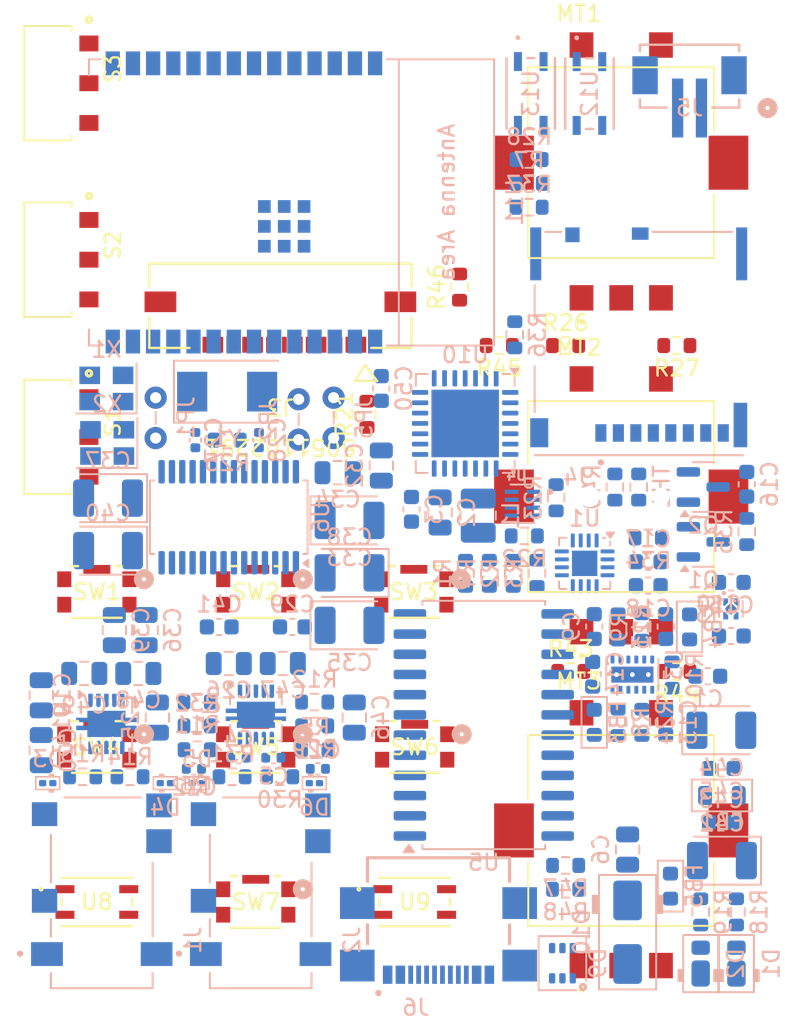
<source format=kicad_pcb>
(kicad_pcb (version 20240108) (generator "pcbnew") (generator_version "8.0")
  (layers (0 "F.Cu" signal) (31 "B.Cu" signal) (34 "B.Paste" user) (35 "F.Paste" user) (36 "B.SilkS" user "B.Silkscreen") (37 "F.SilkS" user "F.Silkscreen") (38 "B.Mask" user) (39 "F.Mask" user) (44 "Edge.Cuts" user))
  (net 0 "")
  (net 1 "Net-(U3-C+)")
  (net 2 "Net-(U3-C-)")
  (net 3 "V3.3_SYS")
  (net 4 "GND")
  (net 5 "VSYS")
  (net 6 "FILTERED_L")
  (net 7 "AGND")
  (net 8 "FILTERED_R")
  (net 9 "Net-(D5-K)")
  (net 10 "Net-(D6-K)")
  (net 12 "Net-(R13-+)")
  (net 13 "Net-(R5-+)")
  (net 14 "OPA_OUTR")
  (net 15 "Net-(R6-+)")
  (net 16 "OPA_OUTL")
  (net 17 "Net-(U3-CP)")
  (net 18 "V3.3_ANA")
  (net 19 "VBAT")
  (net 20 "USB_V5")
  (net 21 "Net-(R10-+)")
  (net 22 "Net-(D3-K)")
  (net 24 "V5P_ANA")
  (net 25 "V5N_ANA")
  (net 26 "Net-(JP1-A)")
  (net 27 "Net-(JP2-B)")
  (net 28 "Net-(U6-CAPM)")
  (net 29 "Net-(U6-CAPP)")
  (net 30 "Net-(U6-LDOO)")
  (net 31 "Net-(U6-VNEG)")
  (net 32 "Net-(JP5-B)")
  (net 33 "Net-(D1-A)")
  (net 34 "PMIC_PGOOD")
  (net 35 "Net-(D2-A)")
  (net 36 "PMIC_CHG")
  (net 37 "USB_DN")
  (net 38 "USB_CC2")
  (net 39 "USB_CC1")
  (net 40 "USB_VBUS")
  (net 41 "USB_DP")
  (net 43 "DISP_RES")
  (net 44 "DISP_DIN")
  (net 48 "DISP_CS")
  (net 49 "DISP_SCLK")
  (net 51 "Net-(J3-LEDA)")
  (net 53 "DISP_DC")
  (net 56 "Net-(L1-+)")
  (net 57 "Net-(Q1-S)")
  (net 58 "Net-(Q2-D)")
  (net 59 "BAT_LEVEL")
  (net 60 "Net-(R1-+)")
  (net 61 "Net-(R2-+)")
  (net 62 "Net-(R3-+)")
  (net 63 "PCM_OUTL")
  (net 64 "PCM_OUTR")
  (net 66 "LINEOUT_R")
  (net 67 "LINEOUT_L")
  (net 68 "Net-(U6-SCK)")
  (net 69 "Net-(R22-+)")
  (net 70 "Net-(R23--)")
  (net 71 "LM_PGOOD")
  (net 72 "SD_CS")
  (net 73 "BAT_TEMP")
  (net 75 "BTN_5")
  (net 77 "DEMUX_S2")
  (net 79 "BTN_7")
  (net 80 "DEMUX_S1")
  (net 81 "BTN_9")
  (net 82 "ENC1_SW1")
  (net 83 "BTN_4")
  (net 84 "ENC3_SW1")
  (net 85 "AUDIO_EN")
  (net 86 "ENC2_SW1")
  (net 87 "BTN_6")
  (net 88 "BTN_2")
  (net 89 "BTN_3")
  (net 90 "DEMUX_S3")
  (net 91 "BTN_8")
  (net 92 "DEMUX_S0")
  (net 93 "BTN_1")
  (net 94 "ESP_SDA")
  (net 95 "PCM_XSMT")
  (net 96 "PCM_ATT")
  (net 97 "I2S_DIN")
  (net 98 "ESP_SCK")
  (net 100 "I2S_BCK")
  (net 101 "I2S_WS")
  (net 102 "Net-(U6-GPIO6{slash}FLT)")
  (net 103 "Net-(U6-VCOM{slash}DEMP)")
  (net 104 "Net-(U6-GPIO3{slash}AGNS)")
  (net 106 "SWITCH_3")
  (net 107 "SD_SW")
  (net 108 "MCP_INT")
  (net 110 "ENC3_A")
  (net 111 "ENC2_A")
  (net 112 "SWITCH_2")
  (net 113 "ENC2_B")
  (net 114 "SWITCH_1")
  (net 115 "ENC3_B")
  (net 116 "JACK_AUDIO_SW")
  (net 117 "ENC1_B")
  (net 118 "SD_MISO")
  (net 119 "U0TXD")
  (net 120 "U0RXD")
  (net 121 "ENC1_A")
  (net 122 "Net-(JP1-B)")
  (net 123 "Net-(JP2-A)")
  (net 124 "SD_CLK")
  (net 125 "SD_MOSI")
  (net 127 "JACK_LINE_SW")
  (net 130 "SD_DAT2")
  (net 131 "SD_DAT1")
  (net 132 "Net-(D10-K)")
  (net 135 "Net-(D4-K)")
  (footprint "uwu:CON_5051102291_MOL" (layer "F.Cu") (at 162.54999 52 180)
    (property "Reference" "J3")
    (property "Value" "5051102291")
  )
  (footprint "Resistor_SMD:R_0603_1608Metric" (layer "F.Cu") (at 180.825 75)
    (property "Reference" "R43")
    (property "Value" "10k")
  )
  (footprint "uwu:SW4_KMR221GLFS_CNK" (layer "F.Cu") (at 161 79.75)
    (property "Reference" "SW5")
    (property "Value" "KMR221GLFS")
  )
  (footprint "uwu:SWITCH_241GLFS" (layer "F.Cu") (at 151 89.5)
    (property "Reference" "U8")
    (property "Value" "KMR241GLFS" (hide yes))
  )
  (footprint "uwu:SW4_KMR221GLFS_CNK" (layer "F.Cu") (at 170.950002 70)
    (property "Reference" "SW3")
    (property "Value" "KMR221GLFS")
  )
  (footprint "uwu:XDCR_RIC11-22S11K5S-USMT" (layer "F.Cu") (at 184 85)
    (property "Reference" "MT3")
    (property "Value" "RIC11-22S11K5S-USMT" (hide yes))
  )
  (footprint "uwu:SW4_KMR221GLFS_CNK" (layer "F.Cu") (at 171 79.75)
    (property "Reference" "SW6")
    (property "Value" "KMR221GLFS")
  )
  (footprint "uwu:SW_AYZ0102AGRLC" (layer "F.Cu") (at 148.05 60.25 -90)
    (property "Reference" "S1")
    (property "Value" "AYZ0102AGRLC" (hide yes))
  )
  (footprint "uwu:SW4_KMR221GLFS_CNK" (layer "F.Cu") (at 161 89.5)
    (property "Reference" "SW7")
    (property "Value" "KMR221GLFS")
  )
  (footprint "Resistor_SMD:R_0603_1608Metric" (layer "F.Cu") (at 187.5 54.5 180)
    (property "Reference" "R27")
    (property "Value" "10k")
  )
  (footprint "uwu:SW4_KMR221GLFS_CNK" (layer "F.Cu") (at 161 70)
    (property "Reference" "SW2")
    (property "Value" "KMR221GLFS")
  )
  (footprint "Resistor_SMD:R_0603_1608Metric" (layer "F.Cu") (at 180.5 54.5)
    (property "Reference" "R26")
    (property "Value" "10k")
  )
  (footprint "uwu:SW_AYZ0102AGRLC" (layer "F.Cu") (at 148.05 49.1 -90)
    (property "Reference" "S2")
    (property "Value" "AYZ0102AGRLC" (hide yes))
  )
  (footprint "uwu:SW4_KMR221GLFS_CNK" (layer "F.Cu") (at 151 79.75)
    (property "Reference" "SW4")
    (property "Value" "KMR221GLFS")
  )
  (footprint "uwu:SW4_KMR221GLFS_CNK" (layer "F.Cu") (at 151 70)
    (property "Reference" "SW1")
    (property "Value" "KMR221GLFS")
  )
  (footprint "Resistor_SMD:R_0603_1608Metric" (layer "F.Cu") (at 176.325 54.5 180)
    (property "Reference" "R45")
    (property "Value" "10k")
  )
  (footprint "Resistor_SMD:R_0603_1608Metric" (layer "F.Cu") (at 187.5 75 180)
    (property "Reference" "R44")
    (property "Value" "10k")
  )
  (footprint "Resistor_SMD:R_0603_1608Metric" (layer "F.Cu") (at 173.825 50.825 90)
    (property "Reference" "R46")
    (property "Value" "10k")
  )
  (footprint "uwu:XDCR_RIC11-22S11K5S-USMT" (layer "F.Cu") (at 184 64)
    (property "Reference" "MT2")
    (property "Value" "RIC11-22S11K5S-USMT" (hide yes))
  )
  (footprint "uwu:SW_AYZ0102AGRLC" (layer "F.Cu") (at 148.05 38 -90)
    (property "Reference" "S3")
    (property "Value" "AYZ0102AGRLC" (hide yes))
  )
  (footprint "uwu:XDCR_RIC11-22S11K5S-USMT" (layer "F.Cu") (at 184 43)
    (property "Reference" "MT1")
    (property "Value" "RIC11-22S11K5S-USMT" (hide yes))
  )
  (footprint "uwu:SWITCH_241GLFS" (layer "F.Cu") (at 171 89.5)
    (property "Reference" "U9")
    (property "Value" "KMR241GLFS" (hide yes))
  )
  (footprint "Resistor_SMD:R_0603_1608Metric" (layer "F.Cu") (at 168 58.825 90)
    (property "Reference" "R21")
    (property "Value" "20")
  )
  (footprint "Package_SON:WSON-12-1EP_3x2mm_P0.5mm_EP1x2.65_ThermalVias" (layer "B.Cu") (at 184.7 75.2 90)
    (property "Reference" "U3")
    (property "Value" "LM27762")
  )
  (footprint "uwu:SWITCH_241GLFS" (layer "B.Cu") (at 178.305 38.6444 -90)
    (property "Reference" "U13")
    (property "Value" "KMR241GLFS" (hide yes))
  )
  (footprint "PCM_Diode_SMD_AKL:D_SMA" (layer "B.Cu") (at 184.4 91.4 -90)
    (property "Reference" "D10")
    (property "Value" "SS14" (hide yes))
  )
  (footprint "Capacitor_SMD:C_0805_2012Metric" (layer "B.Cu") (at 154.809 77.9 -90)
    (property "Reference" "C25")
    (property "Value" "0.1uF")
  )
  (footprint "Capacitor_SMD:C_0603_1608Metric" (layer "B.Cu") (at 189.45 75.3)
    (property "Reference" "C1")
    (property "Value" "1uF")
  )
  (footprint "Capacitor_SMD:C_0402_1005Metric" (layer "B.Cu") (at 159.909 80.425 180)
    (property "Reference" "C4")
    (property "Value" "470pF")
  )
  (footprint "Capacitor_SMD:C_0402_1005Metric" (layer "B.Cu") (at 157.2 60.45 90)
    (property "Reference" "C27")
    (property "Value" "12pF")
  )
  (footprint "Package_SO:TSSOP-28_4.4x9.7mm_P0.65mm" (layer "B.Cu") (at 159.3 65.3 90)
    (property "Reference" "U6")
    (property "Value" "PCM5122PW")
  )
  (footprint "Capacitor_SMD:C_0805_2012Metric" (layer "B.Cu") (at 162.7 74.5)
    (property "Reference" "C47")
    (property "Value" "22uF")
  )
  (footprint "Capacitor_Tantalum_SMD:CP_EIA-3528-21_Kemet-B" (layer "B.Cu") (at 190.3 78.7)
    (property "Reference" "C44")
    (property "Value" "10uF")
  )
  (footprint "Resistor_SMD:R_0603_1608Metric" (layer "B.Cu") (at 159.509 81.625 180)
    (property "Reference" "R31")
    (property "Value" "10")
  )
  (footprint "Package_SON:Texas_X2SON-4_1x1mm_P0.65mm" (layer "B.Cu") (at 190.9 71.07 -90)
    (property "Reference" "U2")
    (property "Value" "TPS7A20xxxDQN")
  )
  (footprint "Resistor_SMD:R_0603_1608Metric" (layer "B.Cu") (at 191.25 90.125 90)
    (property "Reference" "R18")
    (property "Value" "4.7k")
  )
  (footprint "Resistor_SMD:R_0603_1608Metric" (layer "B.Cu") (at 177.3 53.825 90)
    (property "Reference" "R36")
    (property "Value" "10k")
  )
  (footprint "uwu:CUI_SJ2-35894D-SMT-TR" (layer "B.Cu") (at 161.309 88.925 90)
    (property "Reference" "J2")
    (property "Value" "SJ-43516-SMT-TR" (hide yes))
  )
  (footprint "Crystal:Crystal_SMD_0603-2Pin_6.0x3.5mm" (layer "B.Cu") (at 159.2 57.4)
    (property "Reference" "Y1")
    (property "Value" "32.768kHz 9pF")
  )
  (footprint "Capacitor_SMD:C_0603_1608Metric" (layer "B.Cu") (at 186.8 78.2 90)
    (property "Reference" "C13")
    (property "Value" "2.2uF")
  )
  (footprint "Resistor_SMD:R_0603_1608Metric" (layer "B.Cu") (at 164.709 79.925 180)
    (property "Reference" "R5")
    (property "Value" "768")
  )
  (footprint "Oscillator:Oscillator_SMD_Abracon_ASE-4Pin_3.2x2.5mm" (layer "B.Cu") (at 151.6 57.2 180)
    (property "Reference" "X1")
    (property "Value" "ASE-45.1584MHz")
  )
  (footprint "PCM_Diode_SMD_AKL:D_0201_0603Metric" (layer "B.Cu") (at 157.309 82.025 180)
    (property "Reference" "D5")
    (property "Value" "SP1005-01WTG" (hide yes))
  )
  (footprint "Resistor_SMD:R_0603_1608Metric" (layer "B.Cu") (at 177.2 68.825 -90)
    (property "Reference" "R2")
    (property "Value" "1.13k")
  )
  (footprint "Resistor_SMD:R_0603_1608Metric" (layer "B.Cu") (at 179.9 64.075 -90)
    (property "Reference" "R23")
    (property "Value" "100k")
  )
  (footprint "Resistor_SMD:R_0603_1608Metric" (layer "B.Cu") (at 157.309 76.925)
    (property "Reference" "R11")
    (property "Value" "499")
  )
  (footprint "Resistor_SMD:R_0603_1608Metric" (layer "B.Cu") (at 150.109 81.625 180)
    (property "Reference" "R15")
    (property "Value" "10")
  )
  (footprint "PCM_LED_SMD_AKL:LED_PLCC-2_2216" (layer "B.Cu") (at 189 93.375 90)
    (property "Reference" "D2")
    (property "Value" "LED" (hide yes))
  )
  (footprint "Resistor_SMD:R_0603_1608Metric" (layer "B.Cu") (at 162.509 81.625)
    (property "Reference" "R30")
    (property "Value" "10")
  )
  (footprint "Resistor_SMD:R_0603_1608Metric" (layer "B.Cu") (at 177.9 66.475)
    (property "Reference" "R22")
    (property "Value" "267k")
  )
  (footprint "Resistor_SMD:R_0603_1608Metric" (layer "B.Cu") (at 164.709 78.425)
    (property "Reference" "R29")
    (property "Value" "768")
  )
  (footprint "Capacitor_SMD:C_0805_2012Metric" (layer "B.Cu") (at 150.209 75.125)
    (property "Reference" "C49")
    (property "Value" "22uF")
  )
  (footprint "Resistor_SMD:R_0603_1608Metric" (layer "B.Cu") (at 185.3 78.2 90)
    (property "Reference" "R24")
    (property "Value" "10k")
  )
  (footprint "PCM_Ferrite_SMD_AKL:Ferrite_0603_1608Metric" (layer "B.Cu") (at 182.3 78.2 90)
    (property "Reference" "FB3")
    (property "Value" "1.5k@100MHz" (hide yes))
  )
  (footprint "Package_DFN_QFN:VQFN-16-1EP_3x3mm_P0.5mm_EP1.6x1.6mm" (layer "B.Cu") (at 181.7 68.2 180)
    (property "Reference" "U1")
    (property "Value" "BQ24074RGT")
  )
  (footprint "Resistor_SMD:R_0603_1608Metric" (layer "B.Cu") (at 183.6 63.4 -90)
    (property "Reference" "R40")
    (property "Value" "10k")
  )
  (footprint "Resistor_SMD:R_0603_1608Metric" (layer "B.Cu") (at 164.709 76.925 180)
    (property "Reference" "R12")
    (property "Value" "499")
  )
  (footprint "PCM_Jumper_AKL:Jumper_P2.54mm_D0.7mm" (layer "B.Cu") (at 154.7 60.32 90)
    (property "Reference" "JP1")
    (property "Value" "Jumper_2_Bridged" (hide yes))
  )
  (footprint "Package_SO:SOIC-24W_7.5x15.4mm_P1.27mm" (layer "B.Cu") (at 175.35 78.365)
    (property "Reference" "U5")
    (property "Value" "CD74HC4067M")
  )
  (footprint "Capacitor_SMD:C_0603_1608Metric" (layer "B.Cu") (at 182.3 72.175 -90)
    (property "Reference" "C9")
    (property "Value" "4.7uF")
  )
  (footprint "Capacitor_Tantalum_SMD:CP_EIA-3528-21_Kemet-B" (layer "B.Cu") (at 166.9 72.1)
    (property "Reference" "C35")
    (property "Value" "10uF/16V")
  )
  (footprint "uwu:CUI_SJ2-35894D-SMT-TR" (layer "B.Cu") (at 151.309 88.925 90)
    (property "Reference" "J1")
    (property "Value" "SJ-43516-SMT-TR" (hide yes))
  )
  (footprint "uwu:SON50P200X150X100-8N" (layer "B.Cu") (at 177.785 64.45 180)
    (property "Reference" "U4")
    (property "Value" "TPS62840DLCR")
  )
  (footprint "Capacitor_SMD:C_0603_1608Metric" (layer "B.Cu") (at 190.925 72.77 180)
    (property "Reference" "C10")
    (property "Value" "1uF")
  )
  (footprint "Resistor_SMD:R_0603_1608Metric" (layer "B.Cu") (at 175.7 68.825 -90)
    (property "Reference" "R4")
    (property "Value" "285k")
  )
  (footprint "Resistor_SMD:R_0603_1608Metric" (layer "B.Cu") (at 153.084 81.625 180)
    (property "Reference" "R14")
    (property "Value" "10")
  )
  (footprint "PCM_Jumper_AKL:Jumper_P2.54mm_D0.7mm" (layer "B.Cu") (at 163.7 57.88 -90)
    (property "Reference" "JP2")
    (property "Value" "Jumper_2_Bridged" (hide yes))
  )
  (footprint "Capacitor_SMD:C_0603_1608Metric" (layer "B.Cu") (at 190.3 81.1)
    (property "Reference" "C45")
    (property "Value" "0.1uF")
  )
  (footprint "Resistor_SMD:R_0603_1608Metric" (layer "B.Cu") (at 183.8 72.2 90)
    (property "Reference" "R13")
    (property "Value" "76.8k")
  )
  (footprint "Capacitor_SMD:C_0603_1608Metric" (layer "B.Cu") (at 190.925 69.4)
    (property "Reference" "C15")
    (property "Value" "1uF")
  )
  (footprint "Capacitor_SMD:C_0402_1005Metric" (layer "B.Cu") (at 164.909 81.125 180)
    (property "Reference" "C11")
    (property "Value" "470pF")
  )
  (footprint "Resistor_SMD:R_0603_1608Metric" (layer "B.Cu") (at 157.309 79.925)
    (property "Reference" "R6")
    (property "Value" "768")
  )
  (footprint "Package_TO_SOT_SMD:SOT-23" (layer "B.Cu") (at 189.1625 63.4)
    (property "Reference" "Q2")
    (property "Value" "NMOS")
  )
  (footprint "Capacitor_SMD:C_0603_1608Metric" (layer "B.Cu") (at 168.9 57.2 90)
    (property "Reference" "C50")
    (property "Value" "1uF")
  )
  (footprint "Capacitor_SMD:C_0402_1005Metric" (layer "B.Cu") (at 162.109 80.425)
    (property "Reference" "C5")
    (property "Value" "470pF")
  )
  (footprint "Capacitor_SMD:C_0603_1608Metric" (layer "B.Cu") (at 191.9 63.225 90)
    (property "Reference" "C16")
    (property "Value" "4.7uF")
  )
  (footprint "Capacitor_SMD:C_0402_1005Metric" (layer "B.Cu") (at 157.109 81.125)
    (property "Reference" "C12")
    (property "Value" "470pF")
  )
  (footprint "Capacitor_SMD:C_0603_1608Metric" (layer "B.Cu") (at 158.7 72.2 180)
    (property "Reference" "C41")
    (property "Value" "2.2uF/25V")
  )
  (footprint "Package_DFN_QFN:QFN-28-1EP_6x6mm_P0.65mm_EP4.25x4.25mm" (layer "B.Cu") (at 174.18 59.4 180)
    (property "Reference" "U10")
    (property "Value" "MCP23017_ML")
  )
  (footprint "Capacitor_SMD:C_0805_2012Metric" (layer "B.Cu") (at 147.5 79.95 90)
    (property "Reference" "C20")
    (property "Value" "0.1uF")
  )
  (footprint "Resistor_SMD:R_0603_1608Metric" (layer "B.Cu") (at 178.2 42.8 180)
    (property "Reference" "R28")
    (property "Value" "2.2k")
  )
  (footprint "PCM_Diode_SMD_AKL:D_0201_0603Metric" (layer "B.Cu") (at 164.689 82.025)
    (property "Reference" "D6")
    (property "Value" "SP1005-01WTG" (hide yes))
  )
  (footprint "PCM_Diode_SMD_AKL:D_0201_0603Metric" (layer "B.Cu") (at 155.309 82.025)
    (property "Reference" "D4")
    (property "Value" "SP1005-01WTG" (hide yes))
  )
  (footprint "Capacitor_SMD:C_0805_2012Metric" (layer "B.Cu") (at 168.9 62.05 -90)
    (property "Reference" "C32")
    (property "Value" "0.1uF/100V")
  )
  (footprint "uwu:SWITCH_241GLFS" (layer "B.Cu") (at 182 38.651 -90)
    (property "Reference" "U12")
    (property "Value" "KMR241GLFS" (hide yes))
  )
  (footprint "PCM_Package_TO_SOT_SMD_AKL:SOT-363_SC-70-6" (layer "B.Cu") (at 180.3 93.35 90)
    (property "Reference" "D9")
    (property "Value" "SMF05CT" (hide yes))
  )
  (footprint "Capacitor_SMD:C_0805_2012Metric" (layer "B.Cu") (at 153.609 75.125)
    (property "Reference" "C48")
    (property "Value" "22uF")
  )
  (footprint "Capacitor_Tantalum_SMD:CP_EIA-3528-21_Kemet-B" (layer "B.Cu") (at 190.3375 86.9 180)
    (property "Reference" "C42")
    (property "Value" "10uF")
  )
  (footprint "Resistor_SMD:R_0603_1608Metric" (layer "B.Cu") (at 180.5 88.7)
    (property "Reference" "R48")
    (property "Value" "1.1k")
  )
  (footprint "Capacitor_SMD:C_0603_1608Metric" (layer "B.Cu") (at 163.3 72.2 180)
    (property "Reference" "C29")
    (property "Value" "2.2uF/25V")
  )
  (footprint "Resistor_SMD:R_0603_1608Metric" (layer "B.Cu") (at 174.2 68.825 -90)
    (property "Reference" "R1")
    (property "Value" "1.8k")
  )
  (footprint "PCM_LED_SMD_AKL:LED_PLCC-2_2216" (layer "B.Cu") (at 191.25 93.375 90)
    (property "Reference" "D1")
    (property "Value" "LED" (hide yes))
  )
  (footprint "Capacitor_SMD:C_0805_2012Metric" (layer "B.Cu") (at 152.1 72.4 90)
    (property "Reference" "C39")
    (property "Value" "0.1uF/100V")
  )
  (footprint "Resistor_SMD:R_0603_1608Metric" (layer "B.Cu") (at 159.2 60.45)
    (property "Reference" "R25")
    (property "Value" "7.5M")
  )
  (footprint "PCM_Ferrite_SMD_AKL:Ferrite_0603_1608Metric" (layer "B.Cu") (at 188.3 72.2 90)
    (property "Reference" "FB4")
    (property "Value" "1.5k@100MHz" (hide yes))
  )
  (footprint "Resistor_SMD:R_0603_1608Metric" (layer "B.Cu") (at 187.2 75.225 90)
    (property "Reference" "R10")
    (property "Value" "238k")
  )
  (footprint "Resistor_SMD:R_0603_1608Metric" (layer "B.Cu") (at 185.7 66.6)
    (property "Reference" "R34")
    (property "Value" "1M")
  )
  (footprint "Resistor_SMD:R_0603_1608Metric" (layer "B.Cu") (at 185.1 63.4 90)
    (property "Reference" "TH1")
    (property "Value" "NTC 10k")
  )
  (footprint "Capacitor_SMD:C_0603_1608Metric" (layer "B.Cu") (at 185.7 68.1 180)
    (property "Reference" "C17")
    (property "Value" "4.7uF")
  )
  (footprint "Resistor_SMD:R_0603_1608Metric" (layer "B.Cu") (at 178.2 44.3 180)
    (property "Reference" "R7")
    (property "Value" "2.2k")
  )
  (footprint "Resistor_SMD:R_0603_1608Metric" (layer "B.Cu") (at 178.7 68.825 -90)
    (property "Reference" "R3")
    (property "Value" "1.2k")
  )
  (footprint "PCM_Ferrite_SMD_AKL:Ferrite_0603_1608Metric" (layer "B.Cu") (at 187.1 88.5 90)
    (property "Reference" "FB5")
    (property "Value" "220@100MHz" (hide yes))
  )
  (footprint "Package_SON:Texas_S-PVSON-N10" (layer "B.Cu") (at 151.6 78.3 -90)
    (property "Reference" "U14")
    (property "Value" "OPA1622")
  )
  (footprint "Capacitor_SMD:C_0603_1608Metric" (layer "B.Cu") (at 190.3 84.5 180)
    (property "Reference" "C43")
    (property "Value" "0.1uF")
  )
  (footprint "uwu:MOLEX_503398-1892" (layer "B.Cu") (at 185.1 54.375)
    (property "Reference" "J4")
    (property "Value" "503398-1892")
  )
  (footprint "Capacitor_SMD:C_0805_2012Metric" (layer "B.Cu") (at 154.1 72.4 90)
    (property "Reference" "C36")
    (property "Value" "0.1uF/100V")
  )
  (footprint "Inductor_SMD:L_1008_2520Metric" (layer "B.Cu") (at 175 65.2 90)
    (property "Reference" "L1")
    (property "Value" "2.2uH")
  )
  (footprint "Capacitor_Tantalum_SMD:CP_EIA-3528-21_Kemet-B" (layer "B.Cu") (at 151.7 67.4 180)
    (property "Reference" "C40")
    (property "Value" "10uF/16V")
  )
  (footprint "Resistor_SMD:R_0603_1608Metric" (layer "B.Cu") (at 178.2 45.8 180)
    (property "Reference" "R37")
    (property "Value" "1M" (hide yes))
  )
  (footprint "Capacitor_SMD:C_0603_1608Metric" (layer "B.Cu") (at 170.8 64.8 90)
    (property "Reference" "C3")
    (property "Value" "4.7uF")
  )
  (footprint "Resistor_SMD:R_0603_1608Metric" (layer "B.Cu") (at 185.3 72.2 -90)
    (property "Reference" "R9")
    (property "Value" "76.8k")
  )
  (footprint "Resistor_SMD:R_0603_1608Metric" (layer "B.Cu") (at 157.309 78.425 180)
    (property "Reference" "R32")
    (property "Value" "768")
  )
  (footprint "Capacitor_SMD:C_0603_1608Metric" (layer "B.Cu") (at 185.7 69.6)
    (property "Reference" "C18")
    (property "Value" "1uF")
  )
  (footprint "Capacitor_SMD:C_0805_2012Metric" (layer "B.Cu") (at 159.3 74.5)
    (property "Reference" "C26")
    (property "Value" "0.1uF")
  )
  (footprint "Capacitor_SMD:C_0805_2012Metric" (layer "B.Cu") (at 184.4 86.2 -90)
    (property "Reference" "C6")
    (property "Value" "10uF/25V")
  )
  (footprint "Capacitor_SMD:C_0402_1005Metric" (layer "B.Cu") (at 161.2 60.45 90)
    (property "Reference" "C28")
    (property "Value" "12pF")
  )
  (footprint "PCM_Ferrite_SMD_AKL:Ferrite_0805_2012Metric" (layer "B.Cu") (at 190.3375 82.8)
    (property "Reference" "FB1")
    (property "Value" "600@100MHz" (hide yes))
  )
  (footprint "Capacitor_SMD:C_0805_2012Metric" (layer "B.Cu") (at 166.15 62.5)
    (property "Reference" "C34")
    (property "Value" "0.1uF/100V")
  )
  (footprint "uwu:GCT_USB4110GFA" (layer "B.Cu") (at 172.5 93)
    (property "Reference" "J6")
    (property "Value" "USB4110GFA" (hide yes))
  )
  (footprint "Resistor_SMD:R_0603_1608Metric" (layer "B.Cu") (at 183.8 78.2 90)
    (property "Reference" "R8")
    (property "Value" "243k")
  )
  (footprint "PCM_Jumper_AKL:Jumper_P2.54mm_D0.7mm" (layer "B.Cu") (at 165.9 60.32 90)
    (property "Reference" "JP5")
    (property "Value" "Jumper_2_Bridged" (hide yes))
  )
  (footprint "Capacitor_Tantalum_SMD:CP_EIA-3528-21_Kemet-B" (layer "B.Cu") (at 151.7 64.1 180)
    (property "Reference" "C37")
    (property "Value" "10uF/16V")
  )
  (footprint "Capacitor_SMD:C_0603_1608Metric" (layer "B.Cu") (at 186.8 72.175 -90)
    (property "Reference" "C21")
    (property "Value" "4.7uF")
  )
  (footprint "Resistor_SMD:R_0603_1608Metric" (layer "B.Cu") (at 180.5 87.2)
    (property "Reference" "R47")
    (property "Value" "1.1k")
  )
  (footprint "Capacitor_Tantalum_SMD:CP_EIA-3528-21_Kemet-B" (layer "B.Cu") (at 166.9 65.5)
    (property "Reference" "C33")
    (property "Value" "10uF/16V")
  )
  (footprint "Resistor_SMD:R_0603_1608Metric" (layer "B.Cu") (at 189 90.125 90)
    (property "Reference" "R19")
    (property "Value" "4.7k")
  )
  (footprint "Capacitor_SMD:C_0603_1608Metric" (layer "B.Cu") (at 182.2 75.175 90)
    (property "Reference" "C14")
    (property "Value" "4.7uF")
  )
  (footprint "Package_TO_SOT_SMD:SOT-23" (layer "B.Cu") (at 189.1625 66.85)
    (property "Reference" "Q1")
    (property "Value" "PMOS")
  )
  (footprint "Package_SON:Texas_S-PVSON-N10" (layer "B.Cu") (at 161.009 77.725 -90)
    (property "Reference" "U7")
    (property "Value" "OPA1622")
  )
  (footprint "Oscillator:Oscillator_SMD_Abracon_ASE-4Pin_3.2x2.5mm" (layer "B.Cu") (at 151.65 60.625 180)
    (property "Reference" "X2")
    (property "Value" "ASE-24.576MHz")
  )
  (footprint "Capacitor_SMD:C_0805_2012Metric" (layer "B.Cu") (at 167.2 77.9 90)
    (property "Reference" "C46")
    (property "Value" "22uF")
  )
  (footprint "uwu:CONN_B2B-ZR-SM4-TF_JST" (layer "B.Cu") (at 189.049999 39.560499 180)
    (property "Reference" "J5")
    (property "Value" "3.7V")
  )
  (footprint "Capacitor_SMD:C_0805_2012Metric" (layer "B.Cu") (at 172.6 65 90)
    (property "Reference" "C2")
    (property "Value" "10uF")
  )
  (footprint "PCM_Diode_SMD_AKL:D_0201_0603Metric" (layer "B.Cu") (at 147.909 82.025 180)
    (property "Reference" "D3")
    (property "Value" "SP1005-01WTG" (hide yes))
  )
  (footprint "PCM_Espressif:ESP32-C6-WROOM-1" (layer "B.Cu") (at 160.25 45.5 90)
    (property "Reference" "U11")
    (property "Value" "ESP32-C6-WROOM-1" (hide yes))
  )
  (footprint "Capacitor_SMD:C_0805_2012Metric" (layer "B.Cu") (at 147.5 76.5 90)
    (property "Reference" "C19")
    (property "Value" "0.1uF")
  )
  (footprint "Capacitor_Tantalum_SMD:CP_EIA-3528-21_Kemet-B" (layer "B.Cu") (at 166.9 68.8 180)
    (property "Reference" "C38")
    (property "Value" "10uF/16V")
  )
  (footprint "Resistor_SMD:R_0603_1608Metric" (layer "B.Cu") (at 191.9 66.2 -90)
    (property "Reference" "R35")
    (property "Value" "1M")
  )
)
</source>
